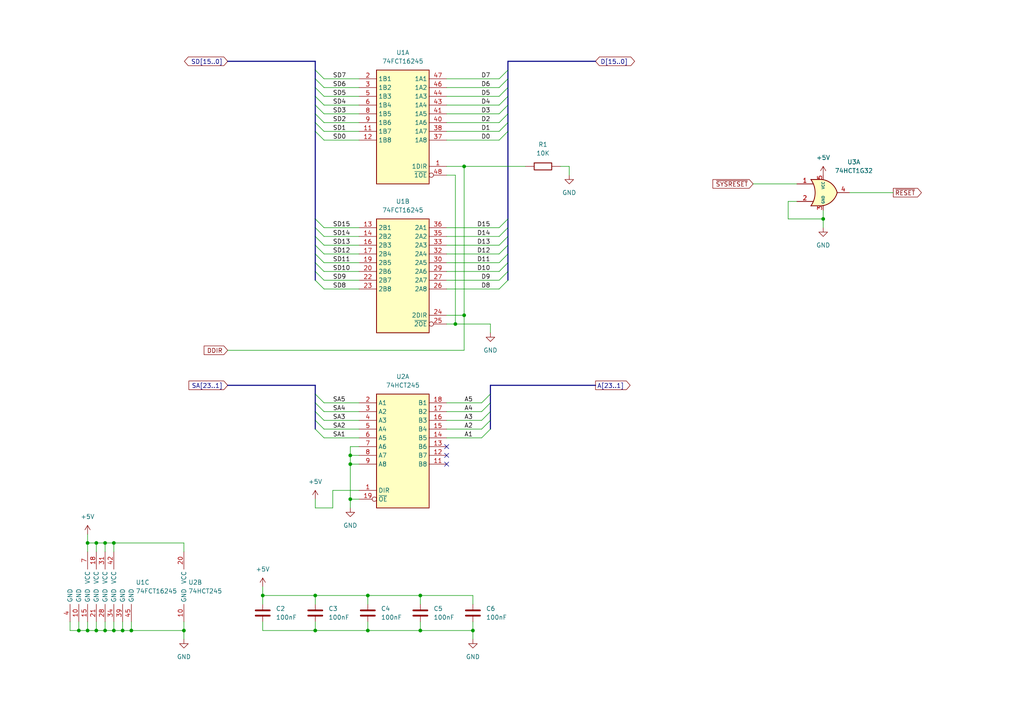
<source format=kicad_sch>
(kicad_sch (version 20211123) (generator eeschema)
  (paper "A4")
  (title_block (title "EXPANSION BUS BUFFERS AND TRANSCEIVERS") (date "2024-01-30") (rev "1") (company "(C) TOM STOREY") (comment 1 "FREE FOR NON-COMMERCIAL USE"))
  (lib_symbols
    (symbol "COMET_symbols:74x16245"
      (property "Reference" "U" (at 0 0 0))
      (property "Value" "74x16245" (at 0 0 0))
      (symbol "74x16245_1_0"
        (pin input line (at -12.7 -12.7 0) (length 5.08) (name "1DIR") (number "1"))
        (pin tri_state line (at 12.7 -2.54 180) (length 5.08) (name "1B7") (number "11"))
        (pin tri_state line (at 12.7 -5.08 180) (length 5.08) (name "1B8") (number "12"))
        (pin tri_state line (at 12.7 12.7 180) (length 5.08) (name "1B1") (number "2"))
        (pin tri_state line (at 12.7 10.16 180) (length 5.08) (name "1B2") (number "3"))
        (pin tri_state line (at -12.7 -5.08 0) (length 5.08) (name "1A8") (number "37"))
        (pin tri_state line (at -12.7 -2.54 0) (length 5.08) (name "1A7") (number "38"))
        (pin tri_state line (at -12.7 0 0) (length 5.08) (name "1A6") (number "40"))
        (pin tri_state line (at -12.7 2.54 0) (length 5.08) (name "1A5") (number "41"))
        (pin tri_state line (at -12.7 5.08 0) (length 5.08) (name "1A4") (number "43"))
        (pin tri_state line (at -12.7 7.62 0) (length 5.08) (name "1A3") (number "44"))
        (pin tri_state line (at -12.7 10.16 0) (length 5.08) (name "1A2") (number "46"))
        (pin tri_state line (at -12.7 12.7 0) (length 5.08) (name "1A1") (number "47"))
        (pin input inverted (at -12.7 -15.24 0) (length 5.08) (name "~{1OE}") (number "48"))
        (pin tri_state line (at 12.7 7.62 180) (length 5.08) (name "1B3") (number "5"))
        (pin tri_state line (at 12.7 5.08 180) (length 5.08) (name "1B4") (number "6"))
        (pin tri_state line (at 12.7 2.54 180) (length 5.08) (name "1B5") (number "8"))
        (pin tri_state line (at 12.7 0 180) (length 5.08) (name "1B6") (number "9"))
      )
      (symbol "74x16245_1_1"
        (rectangle (start -7.62 15.24) (end 7.62 -17.78) (stroke (width 0.254)) (fill (type background)))
      )
      (symbol "74x16245_2_0"
        (pin tri_state line (at 12.7 12.7 180) (length 5.08) (name "2B1") (number "13"))
        (pin tri_state line (at 12.7 10.16 180) (length 5.08) (name "2B2") (number "14"))
        (pin tri_state line (at 12.7 7.62 180) (length 5.08) (name "2B3") (number "16"))
        (pin tri_state line (at 12.7 5.08 180) (length 5.08) (name "2B4") (number "17"))
        (pin tri_state line (at 12.7 2.54 180) (length 5.08) (name "2B5") (number "19"))
        (pin tri_state line (at 12.7 0 180) (length 5.08) (name "2B6") (number "20"))
        (pin tri_state line (at 12.7 -2.54 180) (length 5.08) (name "2B7") (number "22"))
        (pin tri_state line (at 12.7 -5.08 180) (length 5.08) (name "2B8") (number "23"))
        (pin input line (at -12.7 -12.7 0) (length 5.08) (name "2DIR") (number "24"))
        (pin input inverted (at -12.7 -15.24 0) (length 5.08) (name "~{2OE}") (number "25"))
        (pin tri_state line (at -12.7 -5.08 0) (length 5.08) (name "2A8") (number "26"))
        (pin tri_state line (at -12.7 -2.54 0) (length 5.08) (name "2A7") (number "27"))
        (pin tri_state line (at -12.7 0 0) (length 5.08) (name "2A6") (number "29"))
        (pin tri_state line (at -12.7 2.54 0) (length 5.08) (name "2A5") (number "30"))
        (pin tri_state line (at -12.7 5.08 0) (length 5.08) (name "2A4") (number "32"))
        (pin tri_state line (at -12.7 7.62 0) (length 5.08) (name "2A3") (number "33"))
        (pin tri_state line (at -12.7 10.16 0) (length 5.08) (name "2A2") (number "35"))
        (pin tri_state line (at -12.7 12.7 0) (length 5.08) (name "2A1") (number "36"))
      )
      (symbol "74x16245_2_1"
        (rectangle (start -7.62 15.24) (end 7.62 -17.78) (stroke (width 0.254)) (fill (type background)))
      )
      (symbol "74x16245_3_1"
        (pin power_in line (at -5.08 -10.16 90) (length 5.08) (name "GND") (number "10"))
        (pin power_in line (at -2.54 -10.16 90) (length 5.08) (name "GND") (number "15"))
        (pin power_in line (at 0 10.16 270) (length 5.08) (name "VCC") (number "18"))
        (pin power_in line (at 0 -10.16 90) (length 5.08) (name "GND") (number "21"))
        (pin power_in line (at 2.54 -10.16 90) (length 5.08) (name "GND") (number "28"))
        (pin power_in line (at 2.54 10.16 270) (length 5.08) (name "VCC") (number "31"))
        (pin power_in line (at 5.08 -10.16 90) (length 5.08) (name "GND") (number "34"))
        (pin power_in line (at 7.62 -10.16 90) (length 5.08) (name "GND") (number "39"))
        (pin power_in line (at -7.62 -10.16 90) (length 5.08) (name "GND") (number "4"))
        (pin power_in line (at 5.08 10.16 270) (length 5.08) (name "VCC") (number "42"))
        (pin power_in line (at 10.16 -10.16 90) (length 5.08) (name "GND") (number "45"))
        (pin power_in line (at -2.54 10.16 270) (length 5.08) (name "VCC") (number "7"))
      )
    )
    (symbol "COMET_symbols:74x1G32"
      (property "Reference" "U" (at 0 0 0))
      (property "Value" "74x1G32" (at 0 0 0))
      (symbol "74x1G32_1_1"
        (arc (start -3.5562 -3.81) (mid -2.3352 0) (end -3.5562 3.81) (stroke (width 0.254)))
        (arc (start -0.3558 -3.81) (mid 2.4393 -2.584) (end 4.0638 0) (stroke (width 0.254)) (fill (type background)))
        (polyline (pts (xy -3.5562 -3.81) (xy -0.3812 -3.81)) (stroke (width 0.254)) (fill (type background)))
        (polyline (pts (xy -3.5562 3.81) (xy -0.3812 3.81)) (stroke (width 0.254)) (fill (type background)))
        (polyline (pts (xy -0.3812 3.81) (xy -3.5562 3.81) (xy -3.5562 3.81) (xy -3.3022 3.4036) (xy -2.7688 2.2606) (xy -2.4386 1.0414) (xy -2.3624 -0.254) (xy -2.5148 -1.4986) (xy -2.9212 -2.7178) (xy -3.5562 -3.81) (xy -3.5562 -3.81) (xy -0.3812 -3.81)) (stroke (width -25.4)) (fill (type background)))
        (arc (start 4.0638 0) (mid 2.4466 2.5925) (end -0.3558 3.81) (stroke (width 0.254)) (fill (type background)))
        (pin input line (at -7.62 2.54 0) (length 4.6228) (name "~") (number "1"))
        (pin input line (at -7.62 -2.54 0) (length 4.6228) (name "~") (number "2"))
        (pin output line (at 7.62 0 180) (length 3.6068) (name "~") (number "4"))
      )
      (symbol "74x1G32_1_2"
        (arc (start 0 -3.81) (mid 3.81 0) (end 0 3.81) (stroke (width 0.254)) (fill (type background)))
        (polyline (pts (xy 0 3.81) (xy -3.81 3.81) (xy -3.81 -3.81) (xy 0 -3.81)) (stroke (width 0.254)) (fill (type background)))
        (pin input inverted (at -7.62 2.54 0) (length 3.683) (name "~") (number "1"))
        (pin input inverted (at -7.62 -2.54 0) (length 3.683) (name "~") (number "2"))
        (pin output inverted (at 7.62 0 180) (length 3.683) (name "~") (number "4"))
      )
      (symbol "74x1G32_2_1"
        (pin power_in line (at 0 -5.08 90) (length 1.27) (name "GND") (number "3"))
        (pin power_in line (at 0 5.08 270) (length 1.27) (name "VCC") (number "5"))
      )
      (symbol "74x1G32_2_2"
        (pin power_in line (at 0 -5.08 90) (length 1.27) (name "GND") (number "3"))
        (pin power_in line (at 0 5.08 270) (length 1.27) (name "VCC") (number "5"))
      )
    )
    (symbol "COMET_symbols:74x245"
      (property "Reference" "U" (at 0 0 0))
      (property "Value" "74x245" (at 0 0 0))
      (symbol "74x245_1_0"
        (pin input line (at -12.7 -12.7 0) (length 5.08) (name "DIR") (number "1"))
        (pin tri_state line (at 12.7 -5.08 180) (length 5.08) (name "B8") (number "11"))
        (pin tri_state line (at 12.7 -2.54 180) (length 5.08) (name "B7") (number "12"))
        (pin tri_state line (at 12.7 0 180) (length 5.08) (name "B6") (number "13"))
        (pin tri_state line (at 12.7 2.54 180) (length 5.08) (name "B5") (number "14"))
        (pin tri_state line (at 12.7 5.08 180) (length 5.08) (name "B4") (number "15"))
        (pin tri_state line (at 12.7 7.62 180) (length 5.08) (name "B3") (number "16"))
        (pin tri_state line (at 12.7 10.16 180) (length 5.08) (name "B2") (number "17"))
        (pin tri_state line (at 12.7 12.7 180) (length 5.08) (name "B1") (number "18"))
        (pin input inverted (at -12.7 -15.24 0) (length 5.08) (name "~{OE}") (number "19"))
        (pin tri_state line (at -12.7 12.7 0) (length 5.08) (name "A1") (number "2"))
        (pin tri_state line (at -12.7 10.16 0) (length 5.08) (name "A2") (number "3"))
        (pin tri_state line (at -12.7 7.62 0) (length 5.08) (name "A3") (number "4"))
        (pin tri_state line (at -12.7 5.08 0) (length 5.08) (name "A4") (number "5"))
        (pin tri_state line (at -12.7 2.54 0) (length 5.08) (name "A5") (number "6"))
        (pin tri_state line (at -12.7 0 0) (length 5.08) (name "A6") (number "7"))
        (pin tri_state line (at -12.7 -2.54 0) (length 5.08) (name "A7") (number "8"))
        (pin tri_state line (at -12.7 -5.08 0) (length 5.08) (name "A8") (number "9"))
      )
      (symbol "74x245_1_1"
        (rectangle (start -7.62 15.24) (end 7.62 -17.78) (stroke (width 0.254)) (fill (type background)))
      )
      (symbol "74x245_2_1"
        (pin power_in line (at 0 -10.16 90) (length 5.08) (name "GND") (number "10"))
        (pin power_in line (at 0 10.16 270) (length 5.08) (name "VCC") (number "20"))
      )
    )
    (symbol "COMET_symbols:C" (pin_numbers hide) (pin_names hide)
      (property "Reference" "C" (at 0 0 0))
      (property "Value" "C" (at 0 0 0))
      (symbol "C_0_1"
        (polyline (pts (xy -2.032 -0.762) (xy 2.032 -0.762)) (stroke (width 0.508)))
        (polyline (pts (xy -2.032 0.762) (xy 2.032 0.762)) (stroke (width 0.508)))
      )
      (symbol "C_1_1"
        (pin passive line (at 0 2.54 270) (length 1.524) (name "~") (number "1"))
        (pin passive line (at 0 -2.54 90) (length 1.524) (name "~") (number "2"))
      )
    )
    (symbol "COMET_symbols:R" (pin_numbers hide) (pin_names hide)
      (property "Reference" "R" (at 0 0 0))
      (property "Value" "R" (at 0 0 0))
      (symbol "R_0_1"
        (rectangle (start -1.016 -2.54) (end 1.016 2.54) (stroke (width 0.254)))
      )
      (symbol "R_1_1"
        (pin passive line (at 0 5.08 270) (length 2.54) (name "~") (number "1"))
        (pin passive line (at 0 -5.08 90) (length 2.54) (name "~") (number "2"))
      )
    )
    (symbol "power:+5V" (power) (pin_names (offset 0))
      (property "Value" "+5V" (at 0 3.556 0))
      (symbol "+5V_0_1"
        (polyline (pts (xy -0.762 1.27) (xy 0 2.54)))
        (polyline (pts (xy 0 0) (xy 0 2.54)))
        (polyline (pts (xy 0 2.54) (xy 0.762 1.27)))
      )
      (symbol "+5V_1_1"
        (pin power_in line (at 0 0 90) (length 0) hide (name "+5V") (number "1"))
      )
    )
    (symbol "power:GND" (power) (pin_names (offset 0))
      (property "Value" "GND" (at 0 -3.81 0))
      (symbol "GND_0_1"
        (polyline (pts (xy 0 0) (xy 0 -1.27) (xy 1.27 -1.27) (xy 0 -2.54) (xy -1.27 -1.27) (xy 0 -1.27)))
      )
      (symbol "GND_1_1"
        (pin power_in line (at 0 0 270) (length 0) hide (name "GND") (number "1"))
      )
    )
  )
  (junction (at 106.68 182.88))
  (junction (at 22.86 182.88))
  (junction (at 91.44 182.88))
  (junction (at 101.6 132.08))
  (junction (at 137.16 182.88))
  (junction (at 238.76 63.5))
  (junction (at 27.94 182.88))
  (junction (at 33.02 157.48))
  (junction (at 121.92 172.72))
  (junction (at 30.48 182.88))
  (junction (at 25.4 157.48))
  (junction (at 25.4 182.88))
  (junction (at 121.92 182.88))
  (junction (at 91.44 172.72))
  (junction (at 101.6 134.62))
  (junction (at 27.94 157.48))
  (junction (at 132.08 93.98))
  (junction (at 76.2 172.72))
  (junction (at 101.6 144.78))
  (junction (at 134.62 48.26))
  (junction (at 33.02 182.88))
  (junction (at 53.34 182.88))
  (junction (at 35.56 182.88))
  (junction (at 134.62 91.44))
  (junction (at 30.48 157.48))
  (junction (at 106.68 172.72))
  (junction (at 38.1 182.88))
  (no_connect (at 129.54 129.54))
  (no_connect (at 129.54 132.08))
  (no_connect (at 129.54 134.62))
  (bus_entry (at 91.44 30.48) (size 2.54 2.54))
  (bus_entry (at 91.44 78.74) (size 2.54 2.54))
  (bus_entry (at 147.32 73.66) (size -2.54 2.54))
  (bus_entry (at 91.44 76.2) (size 2.54 2.54))
  (bus_entry (at 147.32 35.56) (size -2.54 2.54))
  (bus_entry (at 147.32 78.74) (size -2.54 2.54))
  (bus_entry (at 142.24 124.46) (size -2.54 2.54))
  (bus_entry (at 91.44 35.56) (size 2.54 2.54))
  (bus_entry (at 91.44 33.02) (size 2.54 2.54))
  (bus_entry (at 142.24 116.84) (size -2.54 2.54))
  (bus_entry (at 147.32 71.12) (size -2.54 2.54))
  (bus_entry (at 147.32 27.94) (size -2.54 2.54))
  (bus_entry (at 91.44 119.38) (size 2.54 2.54))
  (bus_entry (at 147.32 63.5) (size -2.54 2.54))
  (bus_entry (at 91.44 121.92) (size 2.54 2.54))
  (bus_entry (at 91.44 25.4) (size 2.54 2.54))
  (bus_entry (at 142.24 114.3) (size -2.54 2.54))
  (bus_entry (at 147.32 22.86) (size -2.54 2.54))
  (bus_entry (at 91.44 81.28) (size 2.54 2.54))
  (bus_entry (at 91.44 114.3) (size 2.54 2.54))
  (bus_entry (at 147.32 38.1) (size -2.54 2.54))
  (bus_entry (at 91.44 116.84) (size 2.54 2.54))
  (bus_entry (at 142.24 121.92) (size -2.54 2.54))
  (bus_entry (at 91.44 20.32) (size 2.54 2.54))
  (bus_entry (at 91.44 22.86) (size 2.54 2.54))
  (bus_entry (at 147.32 66.04) (size -2.54 2.54))
  (bus_entry (at 91.44 68.58) (size 2.54 2.54))
  (bus_entry (at 91.44 73.66) (size 2.54 2.54))
  (bus_entry (at 147.32 76.2) (size -2.54 2.54))
  (bus_entry (at 91.44 71.12) (size 2.54 2.54))
  (bus_entry (at 91.44 38.1) (size 2.54 2.54))
  (bus_entry (at 142.24 119.38) (size -2.54 2.54))
  (bus_entry (at 147.32 68.58) (size -2.54 2.54))
  (bus_entry (at 147.32 20.32) (size -2.54 2.54))
  (bus_entry (at 91.44 63.5) (size 2.54 2.54))
  (bus_entry (at 91.44 124.46) (size 2.54 2.54))
  (bus_entry (at 147.32 81.28) (size -2.54 2.54))
  (bus_entry (at 91.44 66.04) (size 2.54 2.54))
  (bus_entry (at 147.32 30.48) (size -2.54 2.54))
  (bus_entry (at 91.44 27.94) (size 2.54 2.54))
  (bus_entry (at 147.32 33.02) (size -2.54 2.54))
  (bus_entry (at 147.32 25.4) (size -2.54 2.54))
  (wire (pts (xy 129.54 66.04) (xy 144.78 66.04)))
  (wire (pts (xy 27.94 157.48) (xy 27.94 160.02)))
  (bus (pts (xy 91.44 114.3) (xy 91.44 111.76)))
  (wire (pts (xy 93.98 25.4) (xy 104.14 25.4)))
  (wire (pts (xy 129.54 93.98) (xy 132.08 93.98)))
  (wire (pts (xy 129.54 25.4) (xy 144.78 25.4)))
  (wire (pts (xy 25.4 180.34) (xy 25.4 182.88)))
  (bus (pts (xy 147.32 71.12) (xy 147.32 68.58)))
  (wire (pts (xy 93.98 38.1) (xy 104.14 38.1)))
  (wire (pts (xy 76.2 170.18) (xy 76.2 172.72)))
  (wire (pts (xy 93.98 27.94) (xy 104.14 27.94)))
  (wire (pts (xy 22.86 180.34) (xy 22.86 182.88)))
  (wire (pts (xy 53.34 157.48) (xy 53.34 160.02)))
  (bus (pts (xy 142.24 121.92) (xy 142.24 119.38)))
  (wire (pts (xy 129.54 91.44) (xy 134.62 91.44)))
  (wire (pts (xy 101.6 132.08) (xy 101.6 134.62)))
  (wire (pts (xy 101.6 134.62) (xy 104.14 134.62)))
  (bus (pts (xy 147.32 35.56) (xy 147.32 33.02)))
  (bus (pts (xy 91.44 63.5) (xy 91.44 66.04)))
  (wire (pts (xy 129.54 22.86) (xy 144.78 22.86)))
  (bus (pts (xy 142.24 116.84) (xy 142.24 114.3)))
  (bus (pts (xy 147.32 81.28) (xy 147.32 78.74)))
  (wire (pts (xy 76.2 172.72) (xy 91.44 172.72)))
  (wire (pts (xy 93.98 83.82) (xy 104.14 83.82)))
  (bus (pts (xy 147.32 27.94) (xy 147.32 25.4)))
  (wire (pts (xy 25.4 157.48) (xy 27.94 157.48)))
  (wire (pts (xy 96.52 147.32) (xy 91.44 147.32)))
  (wire (pts (xy 27.94 180.34) (xy 27.94 182.88)))
  (wire (pts (xy 129.54 40.64) (xy 144.78 40.64)))
  (wire (pts (xy 93.98 121.92) (xy 104.14 121.92)))
  (bus (pts (xy 91.44 25.4) (xy 91.44 27.94)))
  (wire (pts (xy 106.68 180.34) (xy 106.68 182.88)))
  (bus (pts (xy 147.32 22.86) (xy 147.32 20.32)))
  (bus (pts (xy 147.32 73.66) (xy 147.32 71.12)))
  (wire (pts (xy 91.44 180.34) (xy 91.44 182.88)))
  (wire (pts (xy 129.54 73.66) (xy 144.78 73.66)))
  (wire (pts (xy 27.94 182.88) (xy 30.48 182.88)))
  (bus (pts (xy 91.44 27.94) (xy 91.44 30.48)))
  (bus (pts (xy 147.32 63.5) (xy 147.32 38.1)))
  (wire (pts (xy 121.92 172.72) (xy 121.92 175.26)))
  (bus (pts (xy 91.44 22.86) (xy 91.44 25.4)))
  (wire (pts (xy 38.1 182.88) (xy 53.34 182.88)))
  (bus (pts (xy 91.44 66.04) (xy 91.44 68.58)))
  (bus (pts (xy 91.44 116.84) (xy 91.44 114.3)))
  (wire (pts (xy 96.52 142.24) (xy 96.52 147.32)))
  (wire (pts (xy 121.92 182.88) (xy 137.16 182.88)))
  (wire (pts (xy 30.48 157.48) (xy 33.02 157.48)))
  (wire (pts (xy 93.98 40.64) (xy 104.14 40.64)))
  (wire (pts (xy 228.6 58.42) (xy 228.6 63.5)))
  (wire (pts (xy 228.6 63.5) (xy 238.76 63.5)))
  (wire (pts (xy 76.2 172.72) (xy 76.2 175.26)))
  (wire (pts (xy 101.6 132.08) (xy 104.14 132.08)))
  (wire (pts (xy 121.92 180.34) (xy 121.92 182.88)))
  (wire (pts (xy 106.68 172.72) (xy 121.92 172.72)))
  (bus (pts (xy 142.24 114.3) (xy 142.24 111.76)))
  (bus (pts (xy 142.24 124.46) (xy 142.24 121.92)))
  (bus (pts (xy 91.44 38.1) (xy 91.44 63.5)))
  (wire (pts (xy 246.38 55.88) (xy 259.08 55.88)))
  (wire (pts (xy 93.98 81.28) (xy 104.14 81.28)))
  (wire (pts (xy 132.08 50.8) (xy 132.08 93.98)))
  (wire (pts (xy 132.08 93.98) (xy 142.24 93.98)))
  (bus (pts (xy 147.32 33.02) (xy 147.32 30.48)))
  (wire (pts (xy 129.54 76.2) (xy 144.78 76.2)))
  (wire (pts (xy 76.2 182.88) (xy 91.44 182.88)))
  (wire (pts (xy 93.98 127) (xy 104.14 127)))
  (wire (pts (xy 129.54 27.94) (xy 144.78 27.94)))
  (wire (pts (xy 93.98 119.38) (xy 104.14 119.38)))
  (wire (pts (xy 35.56 180.34) (xy 35.56 182.88)))
  (wire (pts (xy 25.4 154.94) (xy 25.4 157.48)))
  (bus (pts (xy 91.44 17.78) (xy 91.44 20.32)))
  (bus (pts (xy 147.32 68.58) (xy 147.32 66.04)))
  (wire (pts (xy 104.14 129.54) (xy 101.6 129.54)))
  (wire (pts (xy 139.7 121.92) (xy 129.54 121.92)))
  (wire (pts (xy 129.54 83.82) (xy 144.78 83.82)))
  (wire (pts (xy 93.98 71.12) (xy 104.14 71.12)))
  (bus (pts (xy 91.44 76.2) (xy 91.44 78.74)))
  (wire (pts (xy 91.44 172.72) (xy 106.68 172.72)))
  (wire (pts (xy 101.6 134.62) (xy 101.6 144.78)))
  (wire (pts (xy 142.24 96.52) (xy 142.24 93.98)))
  (bus (pts (xy 91.44 119.38) (xy 91.44 116.84)))
  (wire (pts (xy 137.16 180.34) (xy 137.16 182.88)))
  (wire (pts (xy 137.16 182.88) (xy 137.16 185.42)))
  (wire (pts (xy 93.98 35.56) (xy 104.14 35.56)))
  (bus (pts (xy 147.32 30.48) (xy 147.32 27.94)))
  (bus (pts (xy 66.04 111.76) (xy 91.44 111.76)))
  (wire (pts (xy 129.54 33.02) (xy 144.78 33.02)))
  (bus (pts (xy 147.32 76.2) (xy 147.32 73.66)))
  (wire (pts (xy 93.98 22.86) (xy 104.14 22.86)))
  (wire (pts (xy 30.48 180.34) (xy 30.48 182.88)))
  (wire (pts (xy 218.44 53.34) (xy 231.14 53.34)))
  (wire (pts (xy 104.14 142.24) (xy 96.52 142.24)))
  (wire (pts (xy 25.4 182.88) (xy 27.94 182.88)))
  (bus (pts (xy 147.32 78.74) (xy 147.32 76.2)))
  (wire (pts (xy 91.44 144.78) (xy 91.44 147.32)))
  (wire (pts (xy 93.98 76.2) (xy 104.14 76.2)))
  (bus (pts (xy 142.24 111.76) (xy 172.72 111.76)))
  (wire (pts (xy 137.16 172.72) (xy 137.16 175.26)))
  (bus (pts (xy 147.32 17.78) (xy 172.72 17.78)))
  (bus (pts (xy 91.44 20.32) (xy 91.44 22.86)))
  (bus (pts (xy 147.32 20.32) (xy 147.32 17.78)))
  (wire (pts (xy 35.56 182.88) (xy 38.1 182.88)))
  (wire (pts (xy 165.1 48.26) (xy 165.1 50.8)))
  (wire (pts (xy 129.54 68.58) (xy 144.78 68.58)))
  (bus (pts (xy 91.44 124.46) (xy 91.44 121.92)))
  (wire (pts (xy 76.2 180.34) (xy 76.2 182.88)))
  (wire (pts (xy 30.48 157.48) (xy 30.48 160.02)))
  (wire (pts (xy 104.14 144.78) (xy 101.6 144.78)))
  (wire (pts (xy 162.56 48.26) (xy 165.1 48.26)))
  (wire (pts (xy 91.44 172.72) (xy 91.44 175.26)))
  (bus (pts (xy 147.32 66.04) (xy 147.32 63.5)))
  (wire (pts (xy 38.1 180.34) (xy 38.1 182.88)))
  (bus (pts (xy 66.04 17.78) (xy 91.44 17.78)))
  (wire (pts (xy 93.98 68.58) (xy 104.14 68.58)))
  (wire (pts (xy 121.92 172.72) (xy 137.16 172.72)))
  (wire (pts (xy 129.54 48.26) (xy 134.62 48.26)))
  (bus (pts (xy 147.32 38.1) (xy 147.32 35.56)))
  (wire (pts (xy 93.98 124.46) (xy 104.14 124.46)))
  (wire (pts (xy 66.04 101.6) (xy 134.62 101.6)))
  (wire (pts (xy 139.7 124.46) (xy 129.54 124.46)))
  (wire (pts (xy 93.98 66.04) (xy 104.14 66.04)))
  (wire (pts (xy 91.44 182.88) (xy 106.68 182.88)))
  (wire (pts (xy 33.02 180.34) (xy 33.02 182.88)))
  (wire (pts (xy 238.76 66.04) (xy 238.76 63.5)))
  (wire (pts (xy 129.54 38.1) (xy 144.78 38.1)))
  (wire (pts (xy 33.02 157.48) (xy 53.34 157.48)))
  (bus (pts (xy 91.44 35.56) (xy 91.44 38.1)))
  (wire (pts (xy 53.34 180.34) (xy 53.34 182.88)))
  (bus (pts (xy 147.32 25.4) (xy 147.32 22.86)))
  (wire (pts (xy 27.94 157.48) (xy 30.48 157.48)))
  (wire (pts (xy 129.54 50.8) (xy 132.08 50.8)))
  (bus (pts (xy 91.44 30.48) (xy 91.44 33.02)))
  (wire (pts (xy 106.68 172.72) (xy 106.68 175.26)))
  (wire (pts (xy 134.62 48.26) (xy 134.62 91.44)))
  (wire (pts (xy 25.4 157.48) (xy 25.4 160.02)))
  (bus (pts (xy 91.44 73.66) (xy 91.44 76.2)))
  (wire (pts (xy 93.98 116.84) (xy 104.14 116.84)))
  (wire (pts (xy 33.02 157.48) (xy 33.02 160.02)))
  (wire (pts (xy 106.68 182.88) (xy 121.92 182.88)))
  (wire (pts (xy 129.54 71.12) (xy 144.78 71.12)))
  (wire (pts (xy 53.34 182.88) (xy 53.34 185.42)))
  (bus (pts (xy 91.44 68.58) (xy 91.44 71.12)))
  (wire (pts (xy 93.98 78.74) (xy 104.14 78.74)))
  (wire (pts (xy 33.02 182.88) (xy 35.56 182.88)))
  (wire (pts (xy 20.32 182.88) (xy 22.86 182.88)))
  (wire (pts (xy 101.6 129.54) (xy 101.6 132.08)))
  (bus (pts (xy 91.44 71.12) (xy 91.44 73.66)))
  (wire (pts (xy 139.7 116.84) (xy 129.54 116.84)))
  (wire (pts (xy 134.62 48.26) (xy 152.4 48.26)))
  (wire (pts (xy 231.14 58.42) (xy 228.6 58.42)))
  (wire (pts (xy 101.6 144.78) (xy 101.6 147.32)))
  (wire (pts (xy 139.7 127) (xy 129.54 127)))
  (wire (pts (xy 20.32 180.34) (xy 20.32 182.88)))
  (bus (pts (xy 142.24 119.38) (xy 142.24 116.84)))
  (wire (pts (xy 30.48 182.88) (xy 33.02 182.88)))
  (wire (pts (xy 129.54 30.48) (xy 144.78 30.48)))
  (bus (pts (xy 91.44 78.74) (xy 91.44 81.28)))
  (wire (pts (xy 93.98 33.02) (xy 104.14 33.02)))
  (wire (pts (xy 93.98 73.66) (xy 104.14 73.66)))
  (wire (pts (xy 134.62 91.44) (xy 134.62 101.6)))
  (wire (pts (xy 129.54 81.28) (xy 144.78 81.28)))
  (wire (pts (xy 93.98 30.48) (xy 104.14 30.48)))
  (bus (pts (xy 91.44 33.02) (xy 91.44 35.56)))
  (wire (pts (xy 22.86 182.88) (xy 25.4 182.88)))
  (wire (pts (xy 139.7 119.38) (xy 129.54 119.38)))
  (wire (pts (xy 238.76 63.5) (xy 238.76 60.96)))
  (bus (pts (xy 91.44 121.92) (xy 91.44 119.38)))
  (wire (pts (xy 129.54 35.56) (xy 144.78 35.56)))
  (wire (pts (xy 129.54 78.74) (xy 144.78 78.74)))
  (label "D4" (at 142.24 30.48 180))
  (label "SD2" (at 96.52 35.56 0))
  (label "D11" (at 142.24 76.2 180))
  (label "SA1" (at 96.52 127 0))
  (label "D14" (at 142.24 68.58 180))
  (label "SD9" (at 96.52 81.28 0))
  (label "SD0" (at 96.52 40.64 0))
  (label "D13" (at 142.24 71.12 180))
  (label "SD1" (at 96.52 38.1 0))
  (label "D9" (at 142.24 81.28 180))
  (label "A5" (at 137.16 116.84 180))
  (label "D15" (at 142.24 66.04 180))
  (label "D7" (at 142.24 22.86 180))
  (label "SA4" (at 96.52 119.38 0))
  (label "SD4" (at 96.52 30.48 0))
  (label "SA2" (at 96.52 124.46 0))
  (label "SA5" (at 96.52 116.84 0))
  (label "SD6" (at 96.52 25.4 0))
  (label "A2" (at 137.16 124.46 180))
  (label "A4" (at 137.16 119.38 180))
  (label "SD14" (at 96.52 68.58 0))
  (label "D12" (at 142.24 73.66 180))
  (label "SD11" (at 96.52 76.2 0))
  (label "SD3" (at 96.52 33.02 0))
  (label "D8" (at 142.24 83.82 180))
  (label "D3" (at 142.24 33.02 180))
  (label "SD15" (at 96.52 66.04 0))
  (label "SD10" (at 96.52 78.74 0))
  (label "D0" (at 142.24 40.64 180))
  (label "SD13" (at 96.52 71.12 0))
  (label "A3" (at 137.16 121.92 180))
  (label "D10" (at 142.24 78.74 180))
  (label "SD7" (at 96.52 22.86 0))
  (label "D2" (at 142.24 35.56 180))
  (label "D5" (at 142.24 27.94 180))
  (label "SD5" (at 96.52 27.94 0))
  (label "SD12" (at 96.52 73.66 0))
  (label "SA3" (at 96.52 121.92 0))
  (label "D1" (at 142.24 38.1 180))
  (label "SD8" (at 96.52 83.82 0))
  (label "D6" (at 142.24 25.4 180))
  (label "A1" (at 137.16 127 180))
  (global_label "SA[23..1]" (shape input) (at 66.04 111.76 180) (property "Intersheet References" "${INTERSHEET_REFS}" (effects hide)))
  (global_label "~{SYSRESET}" (shape input) (at 218.44 53.34 180) (property "Intersheet References" "${INTERSHEET_REFS}" (effects hide)))
  (global_label "DDIR" (shape input) (at 66.04 101.6 180) (property "Intersheet References" "${INTERSHEET_REFS}" (effects hide)))
  (global_label "A[23..1]" (shape output) (at 172.72 111.76 0) (property "Intersheet References" "${INTERSHEET_REFS}" (effects hide)))
  (global_label "D[15..0]" (shape bidirectional) (at 172.72 17.78 0) (property "Intersheet References" "${INTERSHEET_REFS}" (effects hide)))
  (global_label "SD[15..0]" (shape bidirectional) (at 66.04 17.78 180) (property "Intersheet References" "${INTERSHEET_REFS}" (effects hide)))
  (global_label "~{RESET}" (shape output) (at 259.08 55.88 0) (property "Intersheet References" "${INTERSHEET_REFS}" (effects hide)))
  (symbol (lib_id "COMET_symbols:74x16245") (at 116.84 78.74 0) (mirror y) (unit 2)
    (property "Reference" "U1" (at 116.84 58.42 0))
    (property "Value" "74FCT16245" (at 116.84 60.96 0))
    (property "Footprint" "COMET_footprints:Package_SSOP48-1" (effects hide))
  )
  (symbol (lib_id "power:+5V") (at 238.76 50.8 0) (unit 1)
    (property "Reference" "#PWR011" (effects hide))
    (property "Value" "+5V" (at 238.76 45.72 0))
  )
  (symbol (lib_id "power:GND") (at 101.6 147.32 0) (unit 1)
    (property "Reference" "#PWR08" (effects hide))
    (property "Value" "GND" (at 101.6 152.4 0))
  )
  (symbol (lib_id "COMET_symbols:C") (at 137.16 177.8 0) (unit 1)
    (property "Reference" "C6" (at 140.97 176.5299 0) (effects (justify left)))
    (property "Value" "100nF" (at 140.97 179.0699 0) (effects (justify left)))
    (property "Footprint" "COMET_footprints:C_SMD0805" (effects hide))
  )
  (symbol (lib_id "power:GND") (at 238.76 66.04 0) (unit 1)
    (property "Reference" "#PWR012" (effects hide))
    (property "Value" "GND" (at 238.76 71.12 0))
  )
  (symbol (lib_id "power:GND") (at 53.34 185.42 0) (unit 1)
    (property "Reference" "#PWR05" (effects hide))
    (property "Value" "GND" (at 53.34 190.5 0))
  )
  (symbol (lib_id "power:GND") (at 137.16 185.42 0) (unit 1)
    (property "Reference" "#PWR09" (effects hide))
    (property "Value" "GND" (at 137.16 190.5 0))
  )
  (symbol (lib_id "power:+5V") (at 76.2 170.18 0) (unit 1)
    (property "Reference" "#PWR06" (effects hide))
    (property "Value" "+5V" (at 76.2 165.1 0))
  )
  (symbol (lib_id "COMET_symbols:74x1G32") (at 238.76 55.88 0) (unit 2)
    (property "Reference" "U3" (effects hide))
    (property "Value" "74HCT1G32" (effects hide))
    (property "Footprint" "COMET_footprints:Package_SOT23-5" (effects hide))
  )
  (symbol (lib_id "power:+5V") (at 25.4 154.94 0) (unit 1)
    (property "Reference" "#PWR04" (effects hide))
    (property "Value" "+5V" (at 25.4 149.86 0))
  )
  (symbol (lib_id "power:GND") (at 165.1 50.8 0) (unit 1)
    (property "Reference" "#PWR013" (effects hide))
    (property "Value" "GND" (at 165.1 55.88 0))
  )
  (symbol (lib_id "COMET_symbols:C") (at 106.68 177.8 0) (unit 1)
    (property "Reference" "C4" (at 110.49 176.5299 0) (effects (justify left)))
    (property "Value" "100nF" (at 110.49 179.0699 0) (effects (justify left)))
    (property "Footprint" "COMET_footprints:C_SMD0805" (effects hide))
  )
  (symbol (lib_id "COMET_symbols:C") (at 76.2 177.8 0) (unit 1)
    (property "Reference" "C2" (at 80.01 176.5299 0) (effects (justify left)))
    (property "Value" "100nF" (at 80.01 179.0699 0) (effects (justify left)))
    (property "Footprint" "COMET_footprints:C_SMD0805" (effects hide))
  )
  (symbol (lib_id "COMET_symbols:74x1G32") (at 238.76 55.88 0) (unit 1)
    (property "Reference" "U3" (at 247.65 46.99 0))
    (property "Value" "74HCT1G32" (at 247.65 49.53 0))
    (property "Footprint" "COMET_footprints:Package_SOT23-5" (effects hide))
  )
  (symbol (lib_id "COMET_symbols:R") (at 157.48 48.26 90) (unit 1)
    (property "Reference" "R1" (at 157.48 41.91 90))
    (property "Value" "10K" (at 157.48 44.45 90))
    (property "Footprint" "COMET_footprints:R_SMD0805" (effects hide))
  )
  (symbol (lib_id "COMET_symbols:74x245") (at 53.34 170.18 0) (unit 2)
    (property "Reference" "U2" (at 54.61 168.9099 0) (effects (justify left)))
    (property "Value" "74HCT245" (at 54.61 171.4499 0) (effects (justify left)))
    (property "Footprint" "COMET_footprints:Package_SO20W" (effects hide))
  )
  (symbol (lib_id "COMET_symbols:74x16245") (at 116.84 35.56 0) (mirror y) (unit 1)
    (property "Reference" "U1" (at 116.84 15.24 0))
    (property "Value" "74FCT16245" (at 116.84 17.78 0))
    (property "Footprint" "COMET_footprints:Package_SSOP48-1" (effects hide))
  )
  (symbol (lib_id "power:GND") (at 142.24 96.52 0) (unit 1)
    (property "Reference" "#PWR010" (effects hide))
    (property "Value" "GND" (at 142.24 101.6 0))
  )
  (symbol (lib_id "power:+5V") (at 91.44 144.78 0) (unit 1)
    (property "Reference" "#PWR07" (effects hide))
    (property "Value" "+5V" (at 91.44 139.7 0))
  )
  (symbol (lib_id "COMET_symbols:74x16245") (at 27.94 170.18 0) (unit 3)
    (property "Reference" "U1" (at 39.37 168.9099 0) (effects (justify left)))
    (property "Value" "74FCT16245" (at 39.37 171.4499 0) (effects (justify left)))
    (property "Footprint" "COMET_footprints:Package_SSOP48-1" (effects hide))
  )
  (symbol (lib_id "COMET_symbols:C") (at 121.92 177.8 0) (unit 1)
    (property "Reference" "C5" (at 125.73 176.5299 0) (effects (justify left)))
    (property "Value" "100nF" (at 125.73 179.0699 0) (effects (justify left)))
    (property "Footprint" "COMET_footprints:C_SMD0805" (effects hide))
  )
  (symbol (lib_id "COMET_symbols:74x245") (at 116.84 129.54 0) (unit 1)
    (property "Reference" "U2" (at 116.84 109.22 0))
    (property "Value" "74HCT245" (at 116.84 111.76 0))
    (property "Footprint" "COMET_footprints:Package_SO20W" (effects hide))
  )
  (symbol (lib_id "COMET_symbols:C") (at 91.44 177.8 0) (unit 1)
    (property "Reference" "C3" (at 95.25 176.5299 0) (effects (justify left)))
    (property "Value" "100nF" (at 95.25 179.0699 0) (effects (justify left)))
    (property "Footprint" "COMET_footprints:C_SMD0805" (effects hide))
  )
)
</source>
